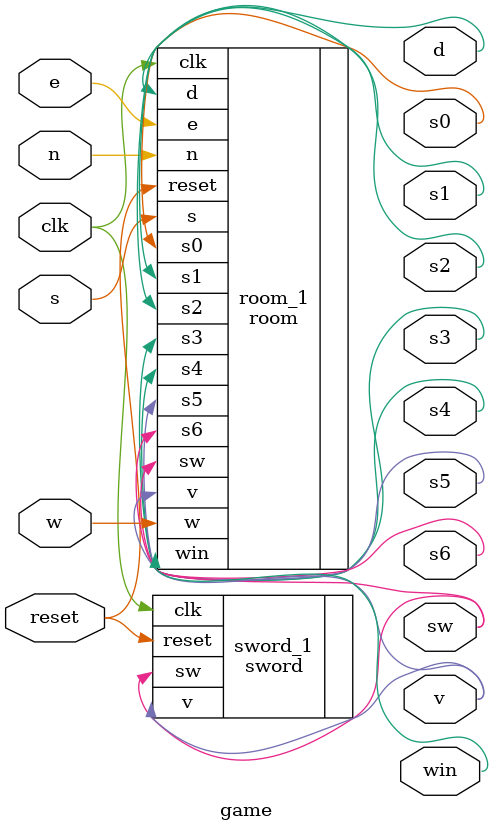
<source format=sv>
module game(input logic clk, n, s, e, w, reset, output logic s6, win, s5, d, s4, s3, sw, s2, s1, s0, v);
	 
    room room_1(.clk(clk), .n(n), .s(s), .e(e), .w(w), .reset(reset), .s6(s6), .win(win), .s5(s5), .d(d), .s4(s4), .s3(s3), .sw(sw), .s2(s2), .s1(s1), .s0(s0), .v(v));
    
    sword sword_1(.sw(sw), .reset(reset), .clk(clk), .v(v));

endmodule
</source>
